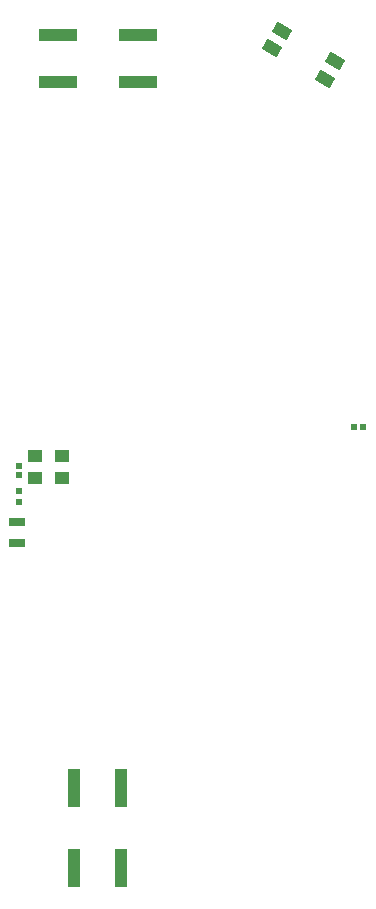
<source format=gbp>
%FSTAX23Y23*%
%MOIN*%
%SFA1B1*%

%IPPOS*%
%AMD21*
4,1,8,0.008300,0.009800,-0.008300,0.009800,-0.010800,0.007300,-0.010800,-0.007300,-0.008300,-0.009800,0.008300,-0.009800,0.010800,-0.007300,0.010800,0.007300,0.008300,0.009800,0.0*
1,1,0.005000,0.008300,0.007300*
1,1,0.005000,-0.008300,0.007300*
1,1,0.005000,-0.008300,-0.007300*
1,1,0.005000,0.008300,-0.007300*
%
%AMD44*
4,1,4,-0.034500,-0.002800,0.014800,-0.031300,0.034500,0.002800,-0.014800,0.031300,-0.034500,-0.002800,0.0*
%
%AMD97*
4,1,8,-0.021900,-0.014900,0.021900,-0.014900,0.025600,-0.011200,0.025600,0.011200,0.021900,0.014900,-0.021900,0.014900,-0.025600,0.011200,-0.025600,-0.011200,-0.021900,-0.014900,0.0*
1,1,0.007400,-0.021900,-0.011200*
1,1,0.007400,0.021900,-0.011200*
1,1,0.007400,0.021900,0.011200*
1,1,0.007400,-0.021900,0.011200*
%
G04~CAMADD=21~8~0.0~0.0~217.0~197.0~25.0~0.0~15~0.0~0.0~0.0~0.0~0~0.0~0.0~0.0~0.0~0~0.0~0.0~0.0~0.0~217.0~197.0*
%ADD21D21*%
%ADD26R,0.022800X0.021300*%
%ADD33R,0.021300X0.022800*%
G04~CAMADD=44~9~0.0~0.0~571.0~394.0~0.0~0.0~0~0.0~0.0~0.0~0.0~0~0.0~0.0~0.0~0.0~0~0.0~0.0~0.0~150.0~690.0~625.0*
%ADD44D44*%
%ADD96R,0.051200X0.043300*%
G04~CAMADD=97~8~0.0~0.0~512.0~299.0~37.0~0.0~15~0.0~0.0~0.0~0.0~0~0.0~0.0~0.0~0.0~0~0.0~0.0~0.0~180.0~512.0~298.0*
%ADD97D97*%
%ADD99R,0.039400X0.126000*%
%ADD100R,0.126000X0.039400*%
%LNright_board-1*%
%LPD*%
G54D21*
X02527Y02787D03*
Y02822D03*
G54D26*
X03674Y03038D03*
X03644D03*
G54D33*
X02527Y02875D03*
Y02906D03*
G54D44*
X03579Y04256D03*
X03546Y04198D03*
X03404Y04358D03*
X0337Y043D03*
G54D96*
X02579Y02865D03*
X0267D03*
Y0294D03*
X02579D03*
G54D97*
X02518Y02719D03*
Y02649D03*
G54D99*
X02867Y01565D03*
X0271D03*
Y01833D03*
X02867D03*
G54D100*
X02655Y04343D03*
Y04185D03*
X02922D03*
Y04343D03*
M02*
</source>
